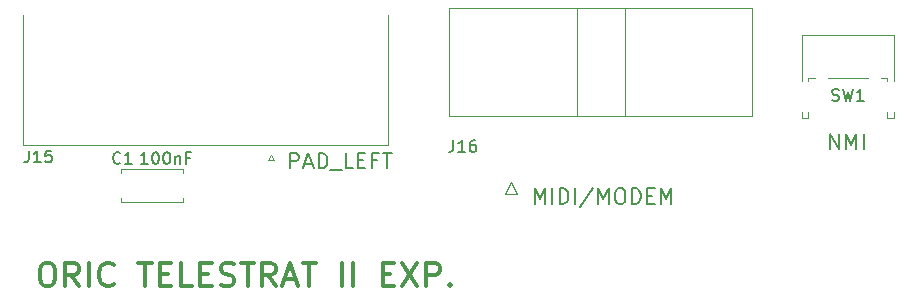
<source format=gto>
%TF.GenerationSoftware,KiCad,Pcbnew,(5.1.12)-1*%
%TF.CreationDate,2023-01-17T22:16:04+01:00*%
%TF.ProjectId,Connectors,436f6e6e-6563-4746-9f72-732e6b696361,rev?*%
%TF.SameCoordinates,PX7065700PY5b33698*%
%TF.FileFunction,Legend,Top*%
%TF.FilePolarity,Positive*%
%FSLAX46Y46*%
G04 Gerber Fmt 4.6, Leading zero omitted, Abs format (unit mm)*
G04 Created by KiCad (PCBNEW (5.1.12)-1) date 2023-01-17 22:16:04*
%MOMM*%
%LPD*%
G01*
G04 APERTURE LIST*
%ADD10C,0.300000*%
%ADD11C,0.120000*%
%ADD12C,0.150000*%
%ADD13C,0.200000*%
G04 APERTURE END LIST*
D10*
X2351619Y2873239D02*
X2732571Y2873239D01*
X2923047Y2778000D01*
X3113523Y2587524D01*
X3208761Y2206572D01*
X3208761Y1539905D01*
X3113523Y1158953D01*
X2923047Y968477D01*
X2732571Y873239D01*
X2351619Y873239D01*
X2161142Y968477D01*
X1970666Y1158953D01*
X1875428Y1539905D01*
X1875428Y2206572D01*
X1970666Y2587524D01*
X2161142Y2778000D01*
X2351619Y2873239D01*
X5208761Y873239D02*
X4542095Y1825620D01*
X4065904Y873239D02*
X4065904Y2873239D01*
X4827809Y2873239D01*
X5018285Y2778000D01*
X5113523Y2682762D01*
X5208761Y2492286D01*
X5208761Y2206572D01*
X5113523Y2016096D01*
X5018285Y1920858D01*
X4827809Y1825620D01*
X4065904Y1825620D01*
X6065904Y873239D02*
X6065904Y2873239D01*
X8161142Y1063715D02*
X8065904Y968477D01*
X7780190Y873239D01*
X7589714Y873239D01*
X7304000Y968477D01*
X7113523Y1158953D01*
X7018285Y1349429D01*
X6923047Y1730381D01*
X6923047Y2016096D01*
X7018285Y2397048D01*
X7113523Y2587524D01*
X7304000Y2778000D01*
X7589714Y2873239D01*
X7780190Y2873239D01*
X8065904Y2778000D01*
X8161142Y2682762D01*
X10256380Y2873239D02*
X11399238Y2873239D01*
X10827809Y873239D02*
X10827809Y2873239D01*
X12065904Y1920858D02*
X12732571Y1920858D01*
X13018285Y873239D02*
X12065904Y873239D01*
X12065904Y2873239D01*
X13018285Y2873239D01*
X14827809Y873239D02*
X13875428Y873239D01*
X13875428Y2873239D01*
X15494476Y1920858D02*
X16161142Y1920858D01*
X16446857Y873239D02*
X15494476Y873239D01*
X15494476Y2873239D01*
X16446857Y2873239D01*
X17208761Y968477D02*
X17494476Y873239D01*
X17970666Y873239D01*
X18161142Y968477D01*
X18256380Y1063715D01*
X18351619Y1254191D01*
X18351619Y1444667D01*
X18256380Y1635143D01*
X18161142Y1730381D01*
X17970666Y1825620D01*
X17589714Y1920858D01*
X17399238Y2016096D01*
X17304000Y2111334D01*
X17208761Y2301810D01*
X17208761Y2492286D01*
X17304000Y2682762D01*
X17399238Y2778000D01*
X17589714Y2873239D01*
X18065904Y2873239D01*
X18351619Y2778000D01*
X18923047Y2873239D02*
X20065904Y2873239D01*
X19494476Y873239D02*
X19494476Y2873239D01*
X21875428Y873239D02*
X21208761Y1825620D01*
X20732571Y873239D02*
X20732571Y2873239D01*
X21494476Y2873239D01*
X21684952Y2778000D01*
X21780190Y2682762D01*
X21875428Y2492286D01*
X21875428Y2206572D01*
X21780190Y2016096D01*
X21684952Y1920858D01*
X21494476Y1825620D01*
X20732571Y1825620D01*
X22637333Y1444667D02*
X23589714Y1444667D01*
X22446857Y873239D02*
X23113523Y2873239D01*
X23780190Y873239D01*
X24161142Y2873239D02*
X25304000Y2873239D01*
X24732571Y873239D02*
X24732571Y2873239D01*
X27494476Y873239D02*
X27494476Y2873239D01*
X28446857Y873239D02*
X28446857Y2873239D01*
X30923047Y1920858D02*
X31589714Y1920858D01*
X31875428Y873239D02*
X30923047Y873239D01*
X30923047Y2873239D01*
X31875428Y2873239D01*
X32542095Y2873239D02*
X33875428Y873239D01*
X33875428Y2873239D02*
X32542095Y873239D01*
X34637333Y873239D02*
X34637333Y2873239D01*
X35399238Y2873239D01*
X35589714Y2778000D01*
X35684952Y2682762D01*
X35780190Y2492286D01*
X35780190Y2206572D01*
X35684952Y2016096D01*
X35589714Y1920858D01*
X35399238Y1825620D01*
X34637333Y1825620D01*
X36637333Y1063715D02*
X36732571Y968477D01*
X36637333Y873239D01*
X36542095Y968477D01*
X36637333Y1063715D01*
X36637333Y873239D01*
D11*
%TO.C,SW1*%
X68622000Y18461000D02*
X72022000Y18461000D01*
X66982000Y18461000D02*
X67522000Y18461000D01*
X74182000Y15631000D02*
X74182000Y15121000D01*
X73662000Y15121000D02*
X74182000Y15121000D01*
X73662000Y15631000D02*
X73662000Y15121000D01*
X73122000Y18461000D02*
X73662000Y18461000D01*
X66462000Y15631000D02*
X66462000Y15121000D01*
X66982000Y15631000D02*
X66982000Y15121000D01*
X73662000Y18461000D02*
X73662000Y18231000D01*
X66462000Y22131000D02*
X66462000Y18231000D01*
X66462000Y15121000D02*
X66982000Y15121000D01*
X74182000Y22131000D02*
X74182000Y18231000D01*
X66462000Y22131000D02*
X74182000Y22131000D01*
X66982000Y18461000D02*
X66982000Y18231000D01*
%TO.C,C1*%
X8770000Y10768000D02*
X14010000Y10768000D01*
X8770000Y8028000D02*
X14010000Y8028000D01*
X8770000Y10768000D02*
X8770000Y10453000D01*
X8770000Y8343000D02*
X8770000Y8028000D01*
X14010000Y10768000D02*
X14010000Y10453000D01*
X14010000Y8343000D02*
X14010000Y8028000D01*
%TO.C,J15*%
X31408000Y23849000D02*
X31408000Y12827000D01*
X31408000Y12827000D02*
X438000Y12827000D01*
X438000Y12827000D02*
X438000Y23849000D01*
X21713000Y11585662D02*
X21213000Y11585662D01*
X21213000Y11585662D02*
X21463000Y12018675D01*
X21463000Y12018675D02*
X21713000Y11585662D01*
%TO.C,J16*%
X42283000Y8699000D02*
X41783000Y9699000D01*
X41283000Y8699000D02*
X42283000Y8699000D01*
X41783000Y9699000D02*
X41283000Y8699000D01*
X62233000Y15319000D02*
X36573000Y15319000D01*
X62233000Y24439000D02*
X62233000Y15319000D01*
X36573000Y24439000D02*
X62233000Y24439000D01*
X36573000Y15319000D02*
X36573000Y24439000D01*
X51453000Y15319000D02*
X51453000Y24439000D01*
X47353000Y15319000D02*
X47353000Y24439000D01*
%TO.C,SW1*%
D12*
X68988666Y16613239D02*
X69131523Y16565620D01*
X69369619Y16565620D01*
X69464857Y16613239D01*
X69512476Y16660858D01*
X69560095Y16756096D01*
X69560095Y16851334D01*
X69512476Y16946572D01*
X69464857Y16994191D01*
X69369619Y17041810D01*
X69179142Y17089429D01*
X69083904Y17137048D01*
X69036285Y17184667D01*
X68988666Y17279905D01*
X68988666Y17375143D01*
X69036285Y17470381D01*
X69083904Y17518000D01*
X69179142Y17565620D01*
X69417238Y17565620D01*
X69560095Y17518000D01*
X69893428Y17565620D02*
X70131523Y16565620D01*
X70322000Y17279905D01*
X70512476Y16565620D01*
X70750571Y17565620D01*
X71655333Y16565620D02*
X71083904Y16565620D01*
X71369619Y16565620D02*
X71369619Y17565620D01*
X71274380Y17422762D01*
X71179142Y17327524D01*
X71083904Y17279905D01*
D13*
X68807190Y12492905D02*
X68807190Y13792905D01*
X69550047Y12492905D01*
X69550047Y13792905D01*
X70169095Y12492905D02*
X70169095Y13792905D01*
X70602428Y12864334D01*
X71035761Y13792905D01*
X71035761Y12492905D01*
X71654809Y12492905D02*
X71654809Y13792905D01*
%TO.C,C1*%
D12*
X8723333Y11326858D02*
X8675714Y11279239D01*
X8532857Y11231620D01*
X8437619Y11231620D01*
X8294761Y11279239D01*
X8199523Y11374477D01*
X8151904Y11469715D01*
X8104285Y11660191D01*
X8104285Y11803048D01*
X8151904Y11993524D01*
X8199523Y12088762D01*
X8294761Y12184000D01*
X8437619Y12231620D01*
X8532857Y12231620D01*
X8675714Y12184000D01*
X8723333Y12136381D01*
X9675714Y11231620D02*
X9104285Y11231620D01*
X9390000Y11231620D02*
X9390000Y12231620D01*
X9294761Y12088762D01*
X9199523Y11993524D01*
X9104285Y11945905D01*
X11025380Y11231620D02*
X10453952Y11231620D01*
X10739666Y11231620D02*
X10739666Y12231620D01*
X10644428Y12088762D01*
X10549190Y11993524D01*
X10453952Y11945905D01*
X11644428Y12231620D02*
X11739666Y12231620D01*
X11834904Y12184000D01*
X11882523Y12136381D01*
X11930142Y12041143D01*
X11977761Y11850667D01*
X11977761Y11612572D01*
X11930142Y11422096D01*
X11882523Y11326858D01*
X11834904Y11279239D01*
X11739666Y11231620D01*
X11644428Y11231620D01*
X11549190Y11279239D01*
X11501571Y11326858D01*
X11453952Y11422096D01*
X11406333Y11612572D01*
X11406333Y11850667D01*
X11453952Y12041143D01*
X11501571Y12136381D01*
X11549190Y12184000D01*
X11644428Y12231620D01*
X12596809Y12231620D02*
X12692047Y12231620D01*
X12787285Y12184000D01*
X12834904Y12136381D01*
X12882523Y12041143D01*
X12930142Y11850667D01*
X12930142Y11612572D01*
X12882523Y11422096D01*
X12834904Y11326858D01*
X12787285Y11279239D01*
X12692047Y11231620D01*
X12596809Y11231620D01*
X12501571Y11279239D01*
X12453952Y11326858D01*
X12406333Y11422096D01*
X12358714Y11612572D01*
X12358714Y11850667D01*
X12406333Y12041143D01*
X12453952Y12136381D01*
X12501571Y12184000D01*
X12596809Y12231620D01*
X13358714Y11898286D02*
X13358714Y11231620D01*
X13358714Y11803048D02*
X13406333Y11850667D01*
X13501571Y11898286D01*
X13644428Y11898286D01*
X13739666Y11850667D01*
X13787285Y11755429D01*
X13787285Y11231620D01*
X14596809Y11755429D02*
X14263476Y11755429D01*
X14263476Y11231620D02*
X14263476Y12231620D01*
X14739666Y12231620D01*
%TO.C,J15*%
X968476Y12358620D02*
X968476Y11644334D01*
X920857Y11501477D01*
X825619Y11406239D01*
X682761Y11358620D01*
X587523Y11358620D01*
X1968476Y11358620D02*
X1397047Y11358620D01*
X1682761Y11358620D02*
X1682761Y12358620D01*
X1587523Y12215762D01*
X1492285Y12120524D01*
X1397047Y12072905D01*
X2873238Y12358620D02*
X2397047Y12358620D01*
X2349428Y11882429D01*
X2397047Y11930048D01*
X2492285Y11977667D01*
X2730380Y11977667D01*
X2825619Y11930048D01*
X2873238Y11882429D01*
X2920857Y11787191D01*
X2920857Y11549096D01*
X2873238Y11453858D01*
X2825619Y11406239D01*
X2730380Y11358620D01*
X2492285Y11358620D01*
X2397047Y11406239D01*
X2349428Y11453858D01*
D13*
X23095476Y10841905D02*
X23095476Y12141905D01*
X23590714Y12141905D01*
X23714523Y12080000D01*
X23776428Y12018096D01*
X23838333Y11894286D01*
X23838333Y11708572D01*
X23776428Y11584762D01*
X23714523Y11522858D01*
X23590714Y11460953D01*
X23095476Y11460953D01*
X24333571Y11213334D02*
X24952619Y11213334D01*
X24209761Y10841905D02*
X24643095Y12141905D01*
X25076428Y10841905D01*
X25509761Y10841905D02*
X25509761Y12141905D01*
X25819285Y12141905D01*
X26005000Y12080000D01*
X26128809Y11956191D01*
X26190714Y11832381D01*
X26252619Y11584762D01*
X26252619Y11399048D01*
X26190714Y11151429D01*
X26128809Y11027620D01*
X26005000Y10903810D01*
X25819285Y10841905D01*
X25509761Y10841905D01*
X26500238Y10718096D02*
X27490714Y10718096D01*
X28419285Y10841905D02*
X27800238Y10841905D01*
X27800238Y12141905D01*
X28852619Y11522858D02*
X29285952Y11522858D01*
X29471666Y10841905D02*
X28852619Y10841905D01*
X28852619Y12141905D01*
X29471666Y12141905D01*
X30462142Y11522858D02*
X30028809Y11522858D01*
X30028809Y10841905D02*
X30028809Y12141905D01*
X30647857Y12141905D01*
X30957380Y12141905D02*
X31700238Y12141905D01*
X31328809Y10841905D02*
X31328809Y12141905D01*
%TO.C,J16*%
D12*
X36909476Y13247620D02*
X36909476Y12533334D01*
X36861857Y12390477D01*
X36766619Y12295239D01*
X36623761Y12247620D01*
X36528523Y12247620D01*
X37909476Y12247620D02*
X37338047Y12247620D01*
X37623761Y12247620D02*
X37623761Y13247620D01*
X37528523Y13104762D01*
X37433285Y13009524D01*
X37338047Y12961905D01*
X38766619Y13247620D02*
X38576142Y13247620D01*
X38480904Y13200000D01*
X38433285Y13152381D01*
X38338047Y13009524D01*
X38290428Y12819048D01*
X38290428Y12438096D01*
X38338047Y12342858D01*
X38385666Y12295239D01*
X38480904Y12247620D01*
X38671380Y12247620D01*
X38766619Y12295239D01*
X38814238Y12342858D01*
X38861857Y12438096D01*
X38861857Y12676191D01*
X38814238Y12771429D01*
X38766619Y12819048D01*
X38671380Y12866667D01*
X38480904Y12866667D01*
X38385666Y12819048D01*
X38338047Y12771429D01*
X38290428Y12676191D01*
D13*
X43805404Y7857405D02*
X43805404Y9157405D01*
X44238738Y8228834D01*
X44672071Y9157405D01*
X44672071Y7857405D01*
X45291119Y7857405D02*
X45291119Y9157405D01*
X45910166Y7857405D02*
X45910166Y9157405D01*
X46219690Y9157405D01*
X46405404Y9095500D01*
X46529214Y8971691D01*
X46591119Y8847881D01*
X46653023Y8600262D01*
X46653023Y8414548D01*
X46591119Y8166929D01*
X46529214Y8043120D01*
X46405404Y7919310D01*
X46219690Y7857405D01*
X45910166Y7857405D01*
X47210166Y7857405D02*
X47210166Y9157405D01*
X48757785Y9219310D02*
X47643500Y7547881D01*
X49191119Y7857405D02*
X49191119Y9157405D01*
X49624452Y8228834D01*
X50057785Y9157405D01*
X50057785Y7857405D01*
X50924452Y9157405D02*
X51172071Y9157405D01*
X51295880Y9095500D01*
X51419690Y8971691D01*
X51481595Y8724072D01*
X51481595Y8290739D01*
X51419690Y8043120D01*
X51295880Y7919310D01*
X51172071Y7857405D01*
X50924452Y7857405D01*
X50800642Y7919310D01*
X50676833Y8043120D01*
X50614928Y8290739D01*
X50614928Y8724072D01*
X50676833Y8971691D01*
X50800642Y9095500D01*
X50924452Y9157405D01*
X52038738Y7857405D02*
X52038738Y9157405D01*
X52348261Y9157405D01*
X52533976Y9095500D01*
X52657785Y8971691D01*
X52719690Y8847881D01*
X52781595Y8600262D01*
X52781595Y8414548D01*
X52719690Y8166929D01*
X52657785Y8043120D01*
X52533976Y7919310D01*
X52348261Y7857405D01*
X52038738Y7857405D01*
X53338738Y8538358D02*
X53772071Y8538358D01*
X53957785Y7857405D02*
X53338738Y7857405D01*
X53338738Y9157405D01*
X53957785Y9157405D01*
X54514928Y7857405D02*
X54514928Y9157405D01*
X54948261Y8228834D01*
X55381595Y9157405D01*
X55381595Y7857405D01*
%TD*%
M02*

</source>
